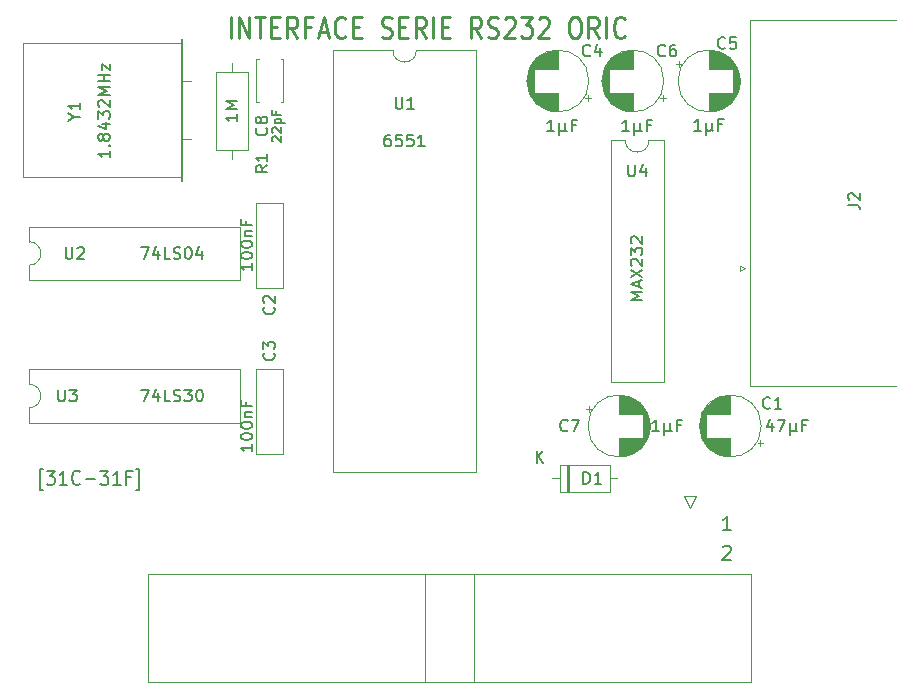
<source format=gbr>
%TF.GenerationSoftware,KiCad,Pcbnew,(5.1.10)-1*%
%TF.CreationDate,2022-01-30T13:23:49+01:00*%
%TF.ProjectId,ACIA,41434941-2e6b-4696-9361-645f70636258,1.0*%
%TF.SameCoordinates,PX6d01460PY60e4b00*%
%TF.FileFunction,Legend,Top*%
%TF.FilePolarity,Positive*%
%FSLAX46Y46*%
G04 Gerber Fmt 4.6, Leading zero omitted, Abs format (unit mm)*
G04 Created by KiCad (PCBNEW (5.1.10)-1) date 2022-01-30 13:23:49*
%MOMM*%
%LPD*%
G01*
G04 APERTURE LIST*
%ADD10C,0.250000*%
%ADD11C,0.150000*%
%ADD12C,0.200000*%
%ADD13C,0.120000*%
G04 APERTURE END LIST*
D10*
X19569642Y46855953D02*
X19569642Y48555953D01*
X20283928Y46855953D02*
X20283928Y48555953D01*
X21141071Y46855953D01*
X21141071Y48555953D01*
X21641071Y48555953D02*
X22498214Y48555953D01*
X22069642Y46855953D02*
X22069642Y48555953D01*
X22998214Y47746429D02*
X23498214Y47746429D01*
X23712500Y46855953D02*
X22998214Y46855953D01*
X22998214Y48555953D01*
X23712500Y48555953D01*
X25212500Y46855953D02*
X24712500Y47665477D01*
X24355357Y46855953D02*
X24355357Y48555953D01*
X24926785Y48555953D01*
X25069642Y48475000D01*
X25141071Y48394048D01*
X25212500Y48232143D01*
X25212500Y47989286D01*
X25141071Y47827381D01*
X25069642Y47746429D01*
X24926785Y47665477D01*
X24355357Y47665477D01*
X26355357Y47746429D02*
X25855357Y47746429D01*
X25855357Y46855953D02*
X25855357Y48555953D01*
X26569642Y48555953D01*
X27069642Y47341667D02*
X27783928Y47341667D01*
X26926785Y46855953D02*
X27426785Y48555953D01*
X27926785Y46855953D01*
X29283928Y47017858D02*
X29212500Y46936905D01*
X28998214Y46855953D01*
X28855357Y46855953D01*
X28641071Y46936905D01*
X28498214Y47098810D01*
X28426785Y47260715D01*
X28355357Y47584524D01*
X28355357Y47827381D01*
X28426785Y48151191D01*
X28498214Y48313096D01*
X28641071Y48475000D01*
X28855357Y48555953D01*
X28998214Y48555953D01*
X29212500Y48475000D01*
X29283928Y48394048D01*
X29926785Y47746429D02*
X30426785Y47746429D01*
X30641071Y46855953D02*
X29926785Y46855953D01*
X29926785Y48555953D01*
X30641071Y48555953D01*
X32355357Y46936905D02*
X32569642Y46855953D01*
X32926785Y46855953D01*
X33069642Y46936905D01*
X33141071Y47017858D01*
X33212500Y47179762D01*
X33212500Y47341667D01*
X33141071Y47503572D01*
X33069642Y47584524D01*
X32926785Y47665477D01*
X32641071Y47746429D01*
X32498214Y47827381D01*
X32426785Y47908334D01*
X32355357Y48070239D01*
X32355357Y48232143D01*
X32426785Y48394048D01*
X32498214Y48475000D01*
X32641071Y48555953D01*
X32998214Y48555953D01*
X33212500Y48475000D01*
X33855357Y47746429D02*
X34355357Y47746429D01*
X34569642Y46855953D02*
X33855357Y46855953D01*
X33855357Y48555953D01*
X34569642Y48555953D01*
X36069642Y46855953D02*
X35569642Y47665477D01*
X35212500Y46855953D02*
X35212500Y48555953D01*
X35783928Y48555953D01*
X35926785Y48475000D01*
X35998214Y48394048D01*
X36069642Y48232143D01*
X36069642Y47989286D01*
X35998214Y47827381D01*
X35926785Y47746429D01*
X35783928Y47665477D01*
X35212500Y47665477D01*
X36712500Y46855953D02*
X36712500Y48555953D01*
X37426785Y47746429D02*
X37926785Y47746429D01*
X38141071Y46855953D02*
X37426785Y46855953D01*
X37426785Y48555953D01*
X38141071Y48555953D01*
X40783928Y46855953D02*
X40283928Y47665477D01*
X39926785Y46855953D02*
X39926785Y48555953D01*
X40498214Y48555953D01*
X40641071Y48475000D01*
X40712500Y48394048D01*
X40783928Y48232143D01*
X40783928Y47989286D01*
X40712500Y47827381D01*
X40641071Y47746429D01*
X40498214Y47665477D01*
X39926785Y47665477D01*
X41355357Y46936905D02*
X41569642Y46855953D01*
X41926785Y46855953D01*
X42069642Y46936905D01*
X42141071Y47017858D01*
X42212500Y47179762D01*
X42212500Y47341667D01*
X42141071Y47503572D01*
X42069642Y47584524D01*
X41926785Y47665477D01*
X41641071Y47746429D01*
X41498214Y47827381D01*
X41426785Y47908334D01*
X41355357Y48070239D01*
X41355357Y48232143D01*
X41426785Y48394048D01*
X41498214Y48475000D01*
X41641071Y48555953D01*
X41998214Y48555953D01*
X42212500Y48475000D01*
X42783928Y48394048D02*
X42855357Y48475000D01*
X42998214Y48555953D01*
X43355357Y48555953D01*
X43498214Y48475000D01*
X43569642Y48394048D01*
X43641071Y48232143D01*
X43641071Y48070239D01*
X43569642Y47827381D01*
X42712500Y46855953D01*
X43641071Y46855953D01*
X44141071Y48555953D02*
X45069642Y48555953D01*
X44569642Y47908334D01*
X44783928Y47908334D01*
X44926785Y47827381D01*
X44998214Y47746429D01*
X45069642Y47584524D01*
X45069642Y47179762D01*
X44998214Y47017858D01*
X44926785Y46936905D01*
X44783928Y46855953D01*
X44355357Y46855953D01*
X44212500Y46936905D01*
X44141071Y47017858D01*
X45641071Y48394048D02*
X45712500Y48475000D01*
X45855357Y48555953D01*
X46212500Y48555953D01*
X46355357Y48475000D01*
X46426785Y48394048D01*
X46498214Y48232143D01*
X46498214Y48070239D01*
X46426785Y47827381D01*
X45569642Y46855953D01*
X46498214Y46855953D01*
X48569642Y48555953D02*
X48855357Y48555953D01*
X48998214Y48475000D01*
X49141071Y48313096D01*
X49212500Y47989286D01*
X49212500Y47422620D01*
X49141071Y47098810D01*
X48998214Y46936905D01*
X48855357Y46855953D01*
X48569642Y46855953D01*
X48426785Y46936905D01*
X48283928Y47098810D01*
X48212500Y47422620D01*
X48212500Y47989286D01*
X48283928Y48313096D01*
X48426785Y48475000D01*
X48569642Y48555953D01*
X50712500Y46855953D02*
X50212500Y47665477D01*
X49855357Y46855953D02*
X49855357Y48555953D01*
X50426785Y48555953D01*
X50569642Y48475000D01*
X50641071Y48394048D01*
X50712500Y48232143D01*
X50712500Y47989286D01*
X50641071Y47827381D01*
X50569642Y47746429D01*
X50426785Y47665477D01*
X49855357Y47665477D01*
X51355357Y46855953D02*
X51355357Y48555953D01*
X52926785Y47017858D02*
X52855357Y46936905D01*
X52641071Y46855953D01*
X52498214Y46855953D01*
X52283928Y46936905D01*
X52141071Y47098810D01*
X52069642Y47260715D01*
X51998214Y47584524D01*
X51998214Y47827381D01*
X52069642Y48151191D01*
X52141071Y48313096D01*
X52283928Y48475000D01*
X52498214Y48555953D01*
X52641071Y48555953D01*
X52855357Y48475000D01*
X52926785Y48394048D01*
D11*
X61252142Y3717858D02*
X61309285Y3775000D01*
X61423571Y3832143D01*
X61709285Y3832143D01*
X61823571Y3775000D01*
X61880714Y3717858D01*
X61937857Y3603572D01*
X61937857Y3489286D01*
X61880714Y3317858D01*
X61195000Y2632143D01*
X61937857Y2632143D01*
X61937857Y5172143D02*
X61252142Y5172143D01*
X61595000Y5172143D02*
X61595000Y6372143D01*
X61480714Y6200715D01*
X61366428Y6086429D01*
X61252142Y6029286D01*
D12*
X3665238Y8582143D02*
X3403333Y8582143D01*
X3403333Y10296429D01*
X3665238Y10296429D01*
X3979523Y10182143D02*
X4660476Y10182143D01*
X4293809Y9725000D01*
X4450952Y9725000D01*
X4555714Y9667858D01*
X4608095Y9610715D01*
X4660476Y9496429D01*
X4660476Y9210715D01*
X4608095Y9096429D01*
X4555714Y9039286D01*
X4450952Y8982143D01*
X4136666Y8982143D01*
X4031904Y9039286D01*
X3979523Y9096429D01*
X5708095Y8982143D02*
X5079523Y8982143D01*
X5393809Y8982143D02*
X5393809Y10182143D01*
X5289047Y10010715D01*
X5184285Y9896429D01*
X5079523Y9839286D01*
X6808095Y9096429D02*
X6755714Y9039286D01*
X6598571Y8982143D01*
X6493809Y8982143D01*
X6336666Y9039286D01*
X6231904Y9153572D01*
X6179523Y9267858D01*
X6127142Y9496429D01*
X6127142Y9667858D01*
X6179523Y9896429D01*
X6231904Y10010715D01*
X6336666Y10125000D01*
X6493809Y10182143D01*
X6598571Y10182143D01*
X6755714Y10125000D01*
X6808095Y10067858D01*
X7279523Y9439286D02*
X8117619Y9439286D01*
X8536666Y10182143D02*
X9217619Y10182143D01*
X8850952Y9725000D01*
X9008095Y9725000D01*
X9112857Y9667858D01*
X9165238Y9610715D01*
X9217619Y9496429D01*
X9217619Y9210715D01*
X9165238Y9096429D01*
X9112857Y9039286D01*
X9008095Y8982143D01*
X8693809Y8982143D01*
X8589047Y9039286D01*
X8536666Y9096429D01*
X10265238Y8982143D02*
X9636666Y8982143D01*
X9950952Y8982143D02*
X9950952Y10182143D01*
X9846190Y10010715D01*
X9741428Y9896429D01*
X9636666Y9839286D01*
X11103333Y9610715D02*
X10736666Y9610715D01*
X10736666Y8982143D02*
X10736666Y10182143D01*
X11260476Y10182143D01*
X11574761Y8582143D02*
X11836666Y8582143D01*
X11836666Y10296429D01*
X11574761Y10296429D01*
D13*
%TO.C,J2*%
X75885000Y17360000D02*
X63545000Y17360000D01*
X63545000Y17360000D02*
X63545000Y48330000D01*
X63545000Y48330000D02*
X75885000Y48330000D01*
X62650662Y27055000D02*
X62650662Y27555000D01*
X62650662Y27555000D02*
X63083675Y27305000D01*
X63083675Y27305000D02*
X62650662Y27055000D01*
%TO.C,R1*%
X19685000Y44680000D02*
X19685000Y43910000D01*
X19685000Y36600000D02*
X19685000Y37370000D01*
X18315000Y43910000D02*
X18315000Y37370000D01*
X21055000Y43910000D02*
X18315000Y43910000D01*
X21055000Y37370000D02*
X21055000Y43910000D01*
X18315000Y37370000D02*
X21055000Y37370000D01*
%TO.C,C7*%
X49880225Y15695000D02*
X49880225Y15195000D01*
X49630225Y15445000D02*
X50130225Y15445000D01*
X55036000Y14254000D02*
X55036000Y13686000D01*
X54996000Y14488000D02*
X54996000Y13452000D01*
X54956000Y14647000D02*
X54956000Y13293000D01*
X54916000Y14775000D02*
X54916000Y13165000D01*
X54876000Y14885000D02*
X54876000Y13055000D01*
X54836000Y14981000D02*
X54836000Y12959000D01*
X54796000Y15068000D02*
X54796000Y12872000D01*
X54756000Y15148000D02*
X54756000Y12792000D01*
X54716000Y15221000D02*
X54716000Y12719000D01*
X54676000Y15289000D02*
X54676000Y12651000D01*
X54636000Y15353000D02*
X54636000Y12587000D01*
X54596000Y15413000D02*
X54596000Y12527000D01*
X54556000Y15470000D02*
X54556000Y12470000D01*
X54516000Y15524000D02*
X54516000Y12416000D01*
X54476000Y15575000D02*
X54476000Y12365000D01*
X54436000Y12930000D02*
X54436000Y12317000D01*
X54436000Y15623000D02*
X54436000Y15010000D01*
X54396000Y12930000D02*
X54396000Y12271000D01*
X54396000Y15669000D02*
X54396000Y15010000D01*
X54356000Y12930000D02*
X54356000Y12227000D01*
X54356000Y15713000D02*
X54356000Y15010000D01*
X54316000Y12930000D02*
X54316000Y12185000D01*
X54316000Y15755000D02*
X54316000Y15010000D01*
X54276000Y12930000D02*
X54276000Y12144000D01*
X54276000Y15796000D02*
X54276000Y15010000D01*
X54236000Y12930000D02*
X54236000Y12106000D01*
X54236000Y15834000D02*
X54236000Y15010000D01*
X54196000Y12930000D02*
X54196000Y12069000D01*
X54196000Y15871000D02*
X54196000Y15010000D01*
X54156000Y12930000D02*
X54156000Y12033000D01*
X54156000Y15907000D02*
X54156000Y15010000D01*
X54116000Y12930000D02*
X54116000Y11999000D01*
X54116000Y15941000D02*
X54116000Y15010000D01*
X54076000Y12930000D02*
X54076000Y11966000D01*
X54076000Y15974000D02*
X54076000Y15010000D01*
X54036000Y12930000D02*
X54036000Y11935000D01*
X54036000Y16005000D02*
X54036000Y15010000D01*
X53996000Y12930000D02*
X53996000Y11905000D01*
X53996000Y16035000D02*
X53996000Y15010000D01*
X53956000Y12930000D02*
X53956000Y11875000D01*
X53956000Y16065000D02*
X53956000Y15010000D01*
X53916000Y12930000D02*
X53916000Y11848000D01*
X53916000Y16092000D02*
X53916000Y15010000D01*
X53876000Y12930000D02*
X53876000Y11821000D01*
X53876000Y16119000D02*
X53876000Y15010000D01*
X53836000Y12930000D02*
X53836000Y11795000D01*
X53836000Y16145000D02*
X53836000Y15010000D01*
X53796000Y12930000D02*
X53796000Y11770000D01*
X53796000Y16170000D02*
X53796000Y15010000D01*
X53756000Y12930000D02*
X53756000Y11746000D01*
X53756000Y16194000D02*
X53756000Y15010000D01*
X53716000Y12930000D02*
X53716000Y11723000D01*
X53716000Y16217000D02*
X53716000Y15010000D01*
X53676000Y12930000D02*
X53676000Y11702000D01*
X53676000Y16238000D02*
X53676000Y15010000D01*
X53636000Y12930000D02*
X53636000Y11680000D01*
X53636000Y16260000D02*
X53636000Y15010000D01*
X53596000Y12930000D02*
X53596000Y11660000D01*
X53596000Y16280000D02*
X53596000Y15010000D01*
X53556000Y12930000D02*
X53556000Y11641000D01*
X53556000Y16299000D02*
X53556000Y15010000D01*
X53516000Y12930000D02*
X53516000Y11622000D01*
X53516000Y16318000D02*
X53516000Y15010000D01*
X53476000Y12930000D02*
X53476000Y11605000D01*
X53476000Y16335000D02*
X53476000Y15010000D01*
X53436000Y12930000D02*
X53436000Y11588000D01*
X53436000Y16352000D02*
X53436000Y15010000D01*
X53396000Y12930000D02*
X53396000Y11572000D01*
X53396000Y16368000D02*
X53396000Y15010000D01*
X53356000Y12930000D02*
X53356000Y11556000D01*
X53356000Y16384000D02*
X53356000Y15010000D01*
X53316000Y12930000D02*
X53316000Y11542000D01*
X53316000Y16398000D02*
X53316000Y15010000D01*
X53276000Y12930000D02*
X53276000Y11528000D01*
X53276000Y16412000D02*
X53276000Y15010000D01*
X53236000Y12930000D02*
X53236000Y11515000D01*
X53236000Y16425000D02*
X53236000Y15010000D01*
X53196000Y12930000D02*
X53196000Y11502000D01*
X53196000Y16438000D02*
X53196000Y15010000D01*
X53156000Y12930000D02*
X53156000Y11490000D01*
X53156000Y16450000D02*
X53156000Y15010000D01*
X53115000Y12930000D02*
X53115000Y11479000D01*
X53115000Y16461000D02*
X53115000Y15010000D01*
X53075000Y12930000D02*
X53075000Y11469000D01*
X53075000Y16471000D02*
X53075000Y15010000D01*
X53035000Y12930000D02*
X53035000Y11459000D01*
X53035000Y16481000D02*
X53035000Y15010000D01*
X52995000Y12930000D02*
X52995000Y11450000D01*
X52995000Y16490000D02*
X52995000Y15010000D01*
X52955000Y12930000D02*
X52955000Y11442000D01*
X52955000Y16498000D02*
X52955000Y15010000D01*
X52915000Y12930000D02*
X52915000Y11434000D01*
X52915000Y16506000D02*
X52915000Y15010000D01*
X52875000Y12930000D02*
X52875000Y11427000D01*
X52875000Y16513000D02*
X52875000Y15010000D01*
X52835000Y12930000D02*
X52835000Y11420000D01*
X52835000Y16520000D02*
X52835000Y15010000D01*
X52795000Y12930000D02*
X52795000Y11414000D01*
X52795000Y16526000D02*
X52795000Y15010000D01*
X52755000Y12930000D02*
X52755000Y11409000D01*
X52755000Y16531000D02*
X52755000Y15010000D01*
X52715000Y12930000D02*
X52715000Y11405000D01*
X52715000Y16535000D02*
X52715000Y15010000D01*
X52675000Y12930000D02*
X52675000Y11401000D01*
X52675000Y16539000D02*
X52675000Y15010000D01*
X52635000Y12930000D02*
X52635000Y11397000D01*
X52635000Y16543000D02*
X52635000Y15010000D01*
X52595000Y12930000D02*
X52595000Y11394000D01*
X52595000Y16546000D02*
X52595000Y15010000D01*
X52555000Y12930000D02*
X52555000Y11392000D01*
X52555000Y16548000D02*
X52555000Y15010000D01*
X52515000Y12930000D02*
X52515000Y11391000D01*
X52515000Y16549000D02*
X52515000Y15010000D01*
X52475000Y16550000D02*
X52475000Y15010000D01*
X52475000Y12930000D02*
X52475000Y11390000D01*
X52435000Y16550000D02*
X52435000Y15010000D01*
X52435000Y12930000D02*
X52435000Y11390000D01*
X55055000Y13970000D02*
G75*
G03*
X55055000Y13970000I-2620000J0D01*
G01*
%TO.C,C6*%
X56164775Y41455000D02*
X56164775Y41955000D01*
X56414775Y41705000D02*
X55914775Y41705000D01*
X51009000Y42896000D02*
X51009000Y43464000D01*
X51049000Y42662000D02*
X51049000Y43698000D01*
X51089000Y42503000D02*
X51089000Y43857000D01*
X51129000Y42375000D02*
X51129000Y43985000D01*
X51169000Y42265000D02*
X51169000Y44095000D01*
X51209000Y42169000D02*
X51209000Y44191000D01*
X51249000Y42082000D02*
X51249000Y44278000D01*
X51289000Y42002000D02*
X51289000Y44358000D01*
X51329000Y41929000D02*
X51329000Y44431000D01*
X51369000Y41861000D02*
X51369000Y44499000D01*
X51409000Y41797000D02*
X51409000Y44563000D01*
X51449000Y41737000D02*
X51449000Y44623000D01*
X51489000Y41680000D02*
X51489000Y44680000D01*
X51529000Y41626000D02*
X51529000Y44734000D01*
X51569000Y41575000D02*
X51569000Y44785000D01*
X51609000Y44220000D02*
X51609000Y44833000D01*
X51609000Y41527000D02*
X51609000Y42140000D01*
X51649000Y44220000D02*
X51649000Y44879000D01*
X51649000Y41481000D02*
X51649000Y42140000D01*
X51689000Y44220000D02*
X51689000Y44923000D01*
X51689000Y41437000D02*
X51689000Y42140000D01*
X51729000Y44220000D02*
X51729000Y44965000D01*
X51729000Y41395000D02*
X51729000Y42140000D01*
X51769000Y44220000D02*
X51769000Y45006000D01*
X51769000Y41354000D02*
X51769000Y42140000D01*
X51809000Y44220000D02*
X51809000Y45044000D01*
X51809000Y41316000D02*
X51809000Y42140000D01*
X51849000Y44220000D02*
X51849000Y45081000D01*
X51849000Y41279000D02*
X51849000Y42140000D01*
X51889000Y44220000D02*
X51889000Y45117000D01*
X51889000Y41243000D02*
X51889000Y42140000D01*
X51929000Y44220000D02*
X51929000Y45151000D01*
X51929000Y41209000D02*
X51929000Y42140000D01*
X51969000Y44220000D02*
X51969000Y45184000D01*
X51969000Y41176000D02*
X51969000Y42140000D01*
X52009000Y44220000D02*
X52009000Y45215000D01*
X52009000Y41145000D02*
X52009000Y42140000D01*
X52049000Y44220000D02*
X52049000Y45245000D01*
X52049000Y41115000D02*
X52049000Y42140000D01*
X52089000Y44220000D02*
X52089000Y45275000D01*
X52089000Y41085000D02*
X52089000Y42140000D01*
X52129000Y44220000D02*
X52129000Y45302000D01*
X52129000Y41058000D02*
X52129000Y42140000D01*
X52169000Y44220000D02*
X52169000Y45329000D01*
X52169000Y41031000D02*
X52169000Y42140000D01*
X52209000Y44220000D02*
X52209000Y45355000D01*
X52209000Y41005000D02*
X52209000Y42140000D01*
X52249000Y44220000D02*
X52249000Y45380000D01*
X52249000Y40980000D02*
X52249000Y42140000D01*
X52289000Y44220000D02*
X52289000Y45404000D01*
X52289000Y40956000D02*
X52289000Y42140000D01*
X52329000Y44220000D02*
X52329000Y45427000D01*
X52329000Y40933000D02*
X52329000Y42140000D01*
X52369000Y44220000D02*
X52369000Y45448000D01*
X52369000Y40912000D02*
X52369000Y42140000D01*
X52409000Y44220000D02*
X52409000Y45470000D01*
X52409000Y40890000D02*
X52409000Y42140000D01*
X52449000Y44220000D02*
X52449000Y45490000D01*
X52449000Y40870000D02*
X52449000Y42140000D01*
X52489000Y44220000D02*
X52489000Y45509000D01*
X52489000Y40851000D02*
X52489000Y42140000D01*
X52529000Y44220000D02*
X52529000Y45528000D01*
X52529000Y40832000D02*
X52529000Y42140000D01*
X52569000Y44220000D02*
X52569000Y45545000D01*
X52569000Y40815000D02*
X52569000Y42140000D01*
X52609000Y44220000D02*
X52609000Y45562000D01*
X52609000Y40798000D02*
X52609000Y42140000D01*
X52649000Y44220000D02*
X52649000Y45578000D01*
X52649000Y40782000D02*
X52649000Y42140000D01*
X52689000Y44220000D02*
X52689000Y45594000D01*
X52689000Y40766000D02*
X52689000Y42140000D01*
X52729000Y44220000D02*
X52729000Y45608000D01*
X52729000Y40752000D02*
X52729000Y42140000D01*
X52769000Y44220000D02*
X52769000Y45622000D01*
X52769000Y40738000D02*
X52769000Y42140000D01*
X52809000Y44220000D02*
X52809000Y45635000D01*
X52809000Y40725000D02*
X52809000Y42140000D01*
X52849000Y44220000D02*
X52849000Y45648000D01*
X52849000Y40712000D02*
X52849000Y42140000D01*
X52889000Y44220000D02*
X52889000Y45660000D01*
X52889000Y40700000D02*
X52889000Y42140000D01*
X52930000Y44220000D02*
X52930000Y45671000D01*
X52930000Y40689000D02*
X52930000Y42140000D01*
X52970000Y44220000D02*
X52970000Y45681000D01*
X52970000Y40679000D02*
X52970000Y42140000D01*
X53010000Y44220000D02*
X53010000Y45691000D01*
X53010000Y40669000D02*
X53010000Y42140000D01*
X53050000Y44220000D02*
X53050000Y45700000D01*
X53050000Y40660000D02*
X53050000Y42140000D01*
X53090000Y44220000D02*
X53090000Y45708000D01*
X53090000Y40652000D02*
X53090000Y42140000D01*
X53130000Y44220000D02*
X53130000Y45716000D01*
X53130000Y40644000D02*
X53130000Y42140000D01*
X53170000Y44220000D02*
X53170000Y45723000D01*
X53170000Y40637000D02*
X53170000Y42140000D01*
X53210000Y44220000D02*
X53210000Y45730000D01*
X53210000Y40630000D02*
X53210000Y42140000D01*
X53250000Y44220000D02*
X53250000Y45736000D01*
X53250000Y40624000D02*
X53250000Y42140000D01*
X53290000Y44220000D02*
X53290000Y45741000D01*
X53290000Y40619000D02*
X53290000Y42140000D01*
X53330000Y44220000D02*
X53330000Y45745000D01*
X53330000Y40615000D02*
X53330000Y42140000D01*
X53370000Y44220000D02*
X53370000Y45749000D01*
X53370000Y40611000D02*
X53370000Y42140000D01*
X53410000Y44220000D02*
X53410000Y45753000D01*
X53410000Y40607000D02*
X53410000Y42140000D01*
X53450000Y44220000D02*
X53450000Y45756000D01*
X53450000Y40604000D02*
X53450000Y42140000D01*
X53490000Y44220000D02*
X53490000Y45758000D01*
X53490000Y40602000D02*
X53490000Y42140000D01*
X53530000Y44220000D02*
X53530000Y45759000D01*
X53530000Y40601000D02*
X53530000Y42140000D01*
X53570000Y40600000D02*
X53570000Y42140000D01*
X53570000Y44220000D02*
X53570000Y45760000D01*
X53610000Y40600000D02*
X53610000Y42140000D01*
X53610000Y44220000D02*
X53610000Y45760000D01*
X56230000Y43180000D02*
G75*
G03*
X56230000Y43180000I-2620000J0D01*
G01*
%TO.C,C5*%
X57500225Y44905000D02*
X57500225Y44405000D01*
X57250225Y44655000D02*
X57750225Y44655000D01*
X62656000Y43464000D02*
X62656000Y42896000D01*
X62616000Y43698000D02*
X62616000Y42662000D01*
X62576000Y43857000D02*
X62576000Y42503000D01*
X62536000Y43985000D02*
X62536000Y42375000D01*
X62496000Y44095000D02*
X62496000Y42265000D01*
X62456000Y44191000D02*
X62456000Y42169000D01*
X62416000Y44278000D02*
X62416000Y42082000D01*
X62376000Y44358000D02*
X62376000Y42002000D01*
X62336000Y44431000D02*
X62336000Y41929000D01*
X62296000Y44499000D02*
X62296000Y41861000D01*
X62256000Y44563000D02*
X62256000Y41797000D01*
X62216000Y44623000D02*
X62216000Y41737000D01*
X62176000Y44680000D02*
X62176000Y41680000D01*
X62136000Y44734000D02*
X62136000Y41626000D01*
X62096000Y44785000D02*
X62096000Y41575000D01*
X62056000Y42140000D02*
X62056000Y41527000D01*
X62056000Y44833000D02*
X62056000Y44220000D01*
X62016000Y42140000D02*
X62016000Y41481000D01*
X62016000Y44879000D02*
X62016000Y44220000D01*
X61976000Y42140000D02*
X61976000Y41437000D01*
X61976000Y44923000D02*
X61976000Y44220000D01*
X61936000Y42140000D02*
X61936000Y41395000D01*
X61936000Y44965000D02*
X61936000Y44220000D01*
X61896000Y42140000D02*
X61896000Y41354000D01*
X61896000Y45006000D02*
X61896000Y44220000D01*
X61856000Y42140000D02*
X61856000Y41316000D01*
X61856000Y45044000D02*
X61856000Y44220000D01*
X61816000Y42140000D02*
X61816000Y41279000D01*
X61816000Y45081000D02*
X61816000Y44220000D01*
X61776000Y42140000D02*
X61776000Y41243000D01*
X61776000Y45117000D02*
X61776000Y44220000D01*
X61736000Y42140000D02*
X61736000Y41209000D01*
X61736000Y45151000D02*
X61736000Y44220000D01*
X61696000Y42140000D02*
X61696000Y41176000D01*
X61696000Y45184000D02*
X61696000Y44220000D01*
X61656000Y42140000D02*
X61656000Y41145000D01*
X61656000Y45215000D02*
X61656000Y44220000D01*
X61616000Y42140000D02*
X61616000Y41115000D01*
X61616000Y45245000D02*
X61616000Y44220000D01*
X61576000Y42140000D02*
X61576000Y41085000D01*
X61576000Y45275000D02*
X61576000Y44220000D01*
X61536000Y42140000D02*
X61536000Y41058000D01*
X61536000Y45302000D02*
X61536000Y44220000D01*
X61496000Y42140000D02*
X61496000Y41031000D01*
X61496000Y45329000D02*
X61496000Y44220000D01*
X61456000Y42140000D02*
X61456000Y41005000D01*
X61456000Y45355000D02*
X61456000Y44220000D01*
X61416000Y42140000D02*
X61416000Y40980000D01*
X61416000Y45380000D02*
X61416000Y44220000D01*
X61376000Y42140000D02*
X61376000Y40956000D01*
X61376000Y45404000D02*
X61376000Y44220000D01*
X61336000Y42140000D02*
X61336000Y40933000D01*
X61336000Y45427000D02*
X61336000Y44220000D01*
X61296000Y42140000D02*
X61296000Y40912000D01*
X61296000Y45448000D02*
X61296000Y44220000D01*
X61256000Y42140000D02*
X61256000Y40890000D01*
X61256000Y45470000D02*
X61256000Y44220000D01*
X61216000Y42140000D02*
X61216000Y40870000D01*
X61216000Y45490000D02*
X61216000Y44220000D01*
X61176000Y42140000D02*
X61176000Y40851000D01*
X61176000Y45509000D02*
X61176000Y44220000D01*
X61136000Y42140000D02*
X61136000Y40832000D01*
X61136000Y45528000D02*
X61136000Y44220000D01*
X61096000Y42140000D02*
X61096000Y40815000D01*
X61096000Y45545000D02*
X61096000Y44220000D01*
X61056000Y42140000D02*
X61056000Y40798000D01*
X61056000Y45562000D02*
X61056000Y44220000D01*
X61016000Y42140000D02*
X61016000Y40782000D01*
X61016000Y45578000D02*
X61016000Y44220000D01*
X60976000Y42140000D02*
X60976000Y40766000D01*
X60976000Y45594000D02*
X60976000Y44220000D01*
X60936000Y42140000D02*
X60936000Y40752000D01*
X60936000Y45608000D02*
X60936000Y44220000D01*
X60896000Y42140000D02*
X60896000Y40738000D01*
X60896000Y45622000D02*
X60896000Y44220000D01*
X60856000Y42140000D02*
X60856000Y40725000D01*
X60856000Y45635000D02*
X60856000Y44220000D01*
X60816000Y42140000D02*
X60816000Y40712000D01*
X60816000Y45648000D02*
X60816000Y44220000D01*
X60776000Y42140000D02*
X60776000Y40700000D01*
X60776000Y45660000D02*
X60776000Y44220000D01*
X60735000Y42140000D02*
X60735000Y40689000D01*
X60735000Y45671000D02*
X60735000Y44220000D01*
X60695000Y42140000D02*
X60695000Y40679000D01*
X60695000Y45681000D02*
X60695000Y44220000D01*
X60655000Y42140000D02*
X60655000Y40669000D01*
X60655000Y45691000D02*
X60655000Y44220000D01*
X60615000Y42140000D02*
X60615000Y40660000D01*
X60615000Y45700000D02*
X60615000Y44220000D01*
X60575000Y42140000D02*
X60575000Y40652000D01*
X60575000Y45708000D02*
X60575000Y44220000D01*
X60535000Y42140000D02*
X60535000Y40644000D01*
X60535000Y45716000D02*
X60535000Y44220000D01*
X60495000Y42140000D02*
X60495000Y40637000D01*
X60495000Y45723000D02*
X60495000Y44220000D01*
X60455000Y42140000D02*
X60455000Y40630000D01*
X60455000Y45730000D02*
X60455000Y44220000D01*
X60415000Y42140000D02*
X60415000Y40624000D01*
X60415000Y45736000D02*
X60415000Y44220000D01*
X60375000Y42140000D02*
X60375000Y40619000D01*
X60375000Y45741000D02*
X60375000Y44220000D01*
X60335000Y42140000D02*
X60335000Y40615000D01*
X60335000Y45745000D02*
X60335000Y44220000D01*
X60295000Y42140000D02*
X60295000Y40611000D01*
X60295000Y45749000D02*
X60295000Y44220000D01*
X60255000Y42140000D02*
X60255000Y40607000D01*
X60255000Y45753000D02*
X60255000Y44220000D01*
X60215000Y42140000D02*
X60215000Y40604000D01*
X60215000Y45756000D02*
X60215000Y44220000D01*
X60175000Y42140000D02*
X60175000Y40602000D01*
X60175000Y45758000D02*
X60175000Y44220000D01*
X60135000Y42140000D02*
X60135000Y40601000D01*
X60135000Y45759000D02*
X60135000Y44220000D01*
X60095000Y45760000D02*
X60095000Y44220000D01*
X60095000Y42140000D02*
X60095000Y40600000D01*
X60055000Y45760000D02*
X60055000Y44220000D01*
X60055000Y42140000D02*
X60055000Y40600000D01*
X62675000Y43180000D02*
G75*
G03*
X62675000Y43180000I-2620000J0D01*
G01*
%TO.C,C4*%
X49814775Y41455000D02*
X49814775Y41955000D01*
X50064775Y41705000D02*
X49564775Y41705000D01*
X44659000Y42896000D02*
X44659000Y43464000D01*
X44699000Y42662000D02*
X44699000Y43698000D01*
X44739000Y42503000D02*
X44739000Y43857000D01*
X44779000Y42375000D02*
X44779000Y43985000D01*
X44819000Y42265000D02*
X44819000Y44095000D01*
X44859000Y42169000D02*
X44859000Y44191000D01*
X44899000Y42082000D02*
X44899000Y44278000D01*
X44939000Y42002000D02*
X44939000Y44358000D01*
X44979000Y41929000D02*
X44979000Y44431000D01*
X45019000Y41861000D02*
X45019000Y44499000D01*
X45059000Y41797000D02*
X45059000Y44563000D01*
X45099000Y41737000D02*
X45099000Y44623000D01*
X45139000Y41680000D02*
X45139000Y44680000D01*
X45179000Y41626000D02*
X45179000Y44734000D01*
X45219000Y41575000D02*
X45219000Y44785000D01*
X45259000Y44220000D02*
X45259000Y44833000D01*
X45259000Y41527000D02*
X45259000Y42140000D01*
X45299000Y44220000D02*
X45299000Y44879000D01*
X45299000Y41481000D02*
X45299000Y42140000D01*
X45339000Y44220000D02*
X45339000Y44923000D01*
X45339000Y41437000D02*
X45339000Y42140000D01*
X45379000Y44220000D02*
X45379000Y44965000D01*
X45379000Y41395000D02*
X45379000Y42140000D01*
X45419000Y44220000D02*
X45419000Y45006000D01*
X45419000Y41354000D02*
X45419000Y42140000D01*
X45459000Y44220000D02*
X45459000Y45044000D01*
X45459000Y41316000D02*
X45459000Y42140000D01*
X45499000Y44220000D02*
X45499000Y45081000D01*
X45499000Y41279000D02*
X45499000Y42140000D01*
X45539000Y44220000D02*
X45539000Y45117000D01*
X45539000Y41243000D02*
X45539000Y42140000D01*
X45579000Y44220000D02*
X45579000Y45151000D01*
X45579000Y41209000D02*
X45579000Y42140000D01*
X45619000Y44220000D02*
X45619000Y45184000D01*
X45619000Y41176000D02*
X45619000Y42140000D01*
X45659000Y44220000D02*
X45659000Y45215000D01*
X45659000Y41145000D02*
X45659000Y42140000D01*
X45699000Y44220000D02*
X45699000Y45245000D01*
X45699000Y41115000D02*
X45699000Y42140000D01*
X45739000Y44220000D02*
X45739000Y45275000D01*
X45739000Y41085000D02*
X45739000Y42140000D01*
X45779000Y44220000D02*
X45779000Y45302000D01*
X45779000Y41058000D02*
X45779000Y42140000D01*
X45819000Y44220000D02*
X45819000Y45329000D01*
X45819000Y41031000D02*
X45819000Y42140000D01*
X45859000Y44220000D02*
X45859000Y45355000D01*
X45859000Y41005000D02*
X45859000Y42140000D01*
X45899000Y44220000D02*
X45899000Y45380000D01*
X45899000Y40980000D02*
X45899000Y42140000D01*
X45939000Y44220000D02*
X45939000Y45404000D01*
X45939000Y40956000D02*
X45939000Y42140000D01*
X45979000Y44220000D02*
X45979000Y45427000D01*
X45979000Y40933000D02*
X45979000Y42140000D01*
X46019000Y44220000D02*
X46019000Y45448000D01*
X46019000Y40912000D02*
X46019000Y42140000D01*
X46059000Y44220000D02*
X46059000Y45470000D01*
X46059000Y40890000D02*
X46059000Y42140000D01*
X46099000Y44220000D02*
X46099000Y45490000D01*
X46099000Y40870000D02*
X46099000Y42140000D01*
X46139000Y44220000D02*
X46139000Y45509000D01*
X46139000Y40851000D02*
X46139000Y42140000D01*
X46179000Y44220000D02*
X46179000Y45528000D01*
X46179000Y40832000D02*
X46179000Y42140000D01*
X46219000Y44220000D02*
X46219000Y45545000D01*
X46219000Y40815000D02*
X46219000Y42140000D01*
X46259000Y44220000D02*
X46259000Y45562000D01*
X46259000Y40798000D02*
X46259000Y42140000D01*
X46299000Y44220000D02*
X46299000Y45578000D01*
X46299000Y40782000D02*
X46299000Y42140000D01*
X46339000Y44220000D02*
X46339000Y45594000D01*
X46339000Y40766000D02*
X46339000Y42140000D01*
X46379000Y44220000D02*
X46379000Y45608000D01*
X46379000Y40752000D02*
X46379000Y42140000D01*
X46419000Y44220000D02*
X46419000Y45622000D01*
X46419000Y40738000D02*
X46419000Y42140000D01*
X46459000Y44220000D02*
X46459000Y45635000D01*
X46459000Y40725000D02*
X46459000Y42140000D01*
X46499000Y44220000D02*
X46499000Y45648000D01*
X46499000Y40712000D02*
X46499000Y42140000D01*
X46539000Y44220000D02*
X46539000Y45660000D01*
X46539000Y40700000D02*
X46539000Y42140000D01*
X46580000Y44220000D02*
X46580000Y45671000D01*
X46580000Y40689000D02*
X46580000Y42140000D01*
X46620000Y44220000D02*
X46620000Y45681000D01*
X46620000Y40679000D02*
X46620000Y42140000D01*
X46660000Y44220000D02*
X46660000Y45691000D01*
X46660000Y40669000D02*
X46660000Y42140000D01*
X46700000Y44220000D02*
X46700000Y45700000D01*
X46700000Y40660000D02*
X46700000Y42140000D01*
X46740000Y44220000D02*
X46740000Y45708000D01*
X46740000Y40652000D02*
X46740000Y42140000D01*
X46780000Y44220000D02*
X46780000Y45716000D01*
X46780000Y40644000D02*
X46780000Y42140000D01*
X46820000Y44220000D02*
X46820000Y45723000D01*
X46820000Y40637000D02*
X46820000Y42140000D01*
X46860000Y44220000D02*
X46860000Y45730000D01*
X46860000Y40630000D02*
X46860000Y42140000D01*
X46900000Y44220000D02*
X46900000Y45736000D01*
X46900000Y40624000D02*
X46900000Y42140000D01*
X46940000Y44220000D02*
X46940000Y45741000D01*
X46940000Y40619000D02*
X46940000Y42140000D01*
X46980000Y44220000D02*
X46980000Y45745000D01*
X46980000Y40615000D02*
X46980000Y42140000D01*
X47020000Y44220000D02*
X47020000Y45749000D01*
X47020000Y40611000D02*
X47020000Y42140000D01*
X47060000Y44220000D02*
X47060000Y45753000D01*
X47060000Y40607000D02*
X47060000Y42140000D01*
X47100000Y44220000D02*
X47100000Y45756000D01*
X47100000Y40604000D02*
X47100000Y42140000D01*
X47140000Y44220000D02*
X47140000Y45758000D01*
X47140000Y40602000D02*
X47140000Y42140000D01*
X47180000Y44220000D02*
X47180000Y45759000D01*
X47180000Y40601000D02*
X47180000Y42140000D01*
X47220000Y40600000D02*
X47220000Y42140000D01*
X47220000Y44220000D02*
X47220000Y45760000D01*
X47260000Y40600000D02*
X47260000Y42140000D01*
X47260000Y44220000D02*
X47260000Y45760000D01*
X49880000Y43180000D02*
G75*
G03*
X49880000Y43180000I-2620000J0D01*
G01*
%TO.C,Y1*%
X15345000Y46380000D02*
X1945000Y46380000D01*
X1945000Y46380000D02*
X1945000Y35080000D01*
X1945000Y35080000D02*
X15345000Y35080000D01*
X15345000Y35080000D02*
X15345000Y46380000D01*
X15345000Y43180000D02*
X16195000Y43180000D01*
X16195000Y43180000D02*
X16195000Y43180000D01*
X15345000Y38280000D02*
X16195000Y38280000D01*
X16195000Y38280000D02*
X16195000Y38280000D01*
X15345000Y46730000D02*
X15465000Y46730000D01*
X15465000Y46730000D02*
X15465000Y34730000D01*
X15465000Y34730000D02*
X15345000Y34730000D01*
X15345000Y34730000D02*
X15345000Y46730000D01*
%TO.C,C8*%
X24030000Y45020000D02*
X24030000Y41380000D01*
X21690000Y45020000D02*
X21690000Y41380000D01*
X24030000Y45020000D02*
X23785000Y45020000D01*
X21935000Y45020000D02*
X21690000Y45020000D01*
X24030000Y41380000D02*
X23785000Y41380000D01*
X21935000Y41380000D02*
X21690000Y41380000D01*
%TO.C,U4*%
X56225000Y38160000D02*
X54975000Y38160000D01*
X56225000Y17720000D02*
X56225000Y38160000D01*
X51725000Y17720000D02*
X56225000Y17720000D01*
X51725000Y38160000D02*
X51725000Y17720000D01*
X52975000Y38160000D02*
X51725000Y38160000D01*
X54975000Y38160000D02*
G75*
G02*
X52975000Y38160000I-1000000J0D01*
G01*
%TO.C,U2*%
X2480000Y30825000D02*
X2480000Y29575000D01*
X20380000Y30825000D02*
X2480000Y30825000D01*
X20380000Y26325000D02*
X20380000Y30825000D01*
X2480000Y26325000D02*
X20380000Y26325000D01*
X2480000Y27575000D02*
X2480000Y26325000D01*
X2480000Y29575000D02*
G75*
G02*
X2480000Y27575000I0J-1000000D01*
G01*
%TO.C,U1*%
X40350000Y45780000D02*
X35290000Y45780000D01*
X40350000Y10100000D02*
X40350000Y45780000D01*
X28230000Y10100000D02*
X40350000Y10100000D01*
X28230000Y45780000D02*
X28230000Y10100000D01*
X33290000Y45780000D02*
X28230000Y45780000D01*
X35290000Y45780000D02*
G75*
G02*
X33290000Y45780000I-1000000J0D01*
G01*
%TO.C,J1*%
X57920000Y8065000D02*
X58420000Y7065000D01*
X58920000Y8065000D02*
X57920000Y8065000D01*
X58420000Y7065000D02*
X58920000Y8065000D01*
X12570000Y1445000D02*
X63630000Y1445000D01*
X12570000Y-7675000D02*
X12570000Y1445000D01*
X63630000Y-7675000D02*
X12570000Y-7675000D01*
X63630000Y1445000D02*
X63630000Y-7675000D01*
X36050000Y1445000D02*
X36050000Y-7675000D01*
X40150000Y1445000D02*
X40150000Y-7675000D01*
%TO.C,D1*%
X48010000Y10645000D02*
X48010000Y8405000D01*
X48250000Y10645000D02*
X48250000Y8405000D01*
X48130000Y10645000D02*
X48130000Y8405000D01*
X52300000Y9525000D02*
X51650000Y9525000D01*
X46760000Y9525000D02*
X47410000Y9525000D01*
X51650000Y10645000D02*
X47410000Y10645000D01*
X51650000Y8405000D02*
X51650000Y10645000D01*
X47410000Y8405000D02*
X51650000Y8405000D01*
X47410000Y10645000D02*
X47410000Y8405000D01*
%TO.C,C3*%
X21740000Y18820000D02*
X23980000Y18820000D01*
X21740000Y11580000D02*
X23980000Y11580000D01*
X23980000Y11580000D02*
X23980000Y18820000D01*
X21740000Y11580000D02*
X21740000Y18820000D01*
%TO.C,C2*%
X21740000Y32870000D02*
X23980000Y32870000D01*
X21740000Y25630000D02*
X23980000Y25630000D01*
X23980000Y25630000D02*
X23980000Y32870000D01*
X21740000Y25630000D02*
X21740000Y32870000D01*
%TO.C,U3*%
X2480000Y18760000D02*
X2480000Y17510000D01*
X20380000Y18760000D02*
X2480000Y18760000D01*
X20380000Y14260000D02*
X20380000Y18760000D01*
X2480000Y14260000D02*
X20380000Y14260000D01*
X2480000Y15510000D02*
X2480000Y14260000D01*
X2480000Y17510000D02*
G75*
G02*
X2480000Y15510000I0J-1000000D01*
G01*
%TO.C,C1*%
X64485000Y13970000D02*
G75*
G03*
X64485000Y13970000I-2620000J0D01*
G01*
X61865000Y15010000D02*
X61865000Y16550000D01*
X61865000Y11390000D02*
X61865000Y12930000D01*
X61825000Y15010000D02*
X61825000Y16550000D01*
X61825000Y11390000D02*
X61825000Y12930000D01*
X61785000Y11391000D02*
X61785000Y12930000D01*
X61785000Y15010000D02*
X61785000Y16549000D01*
X61745000Y11392000D02*
X61745000Y12930000D01*
X61745000Y15010000D02*
X61745000Y16548000D01*
X61705000Y11394000D02*
X61705000Y12930000D01*
X61705000Y15010000D02*
X61705000Y16546000D01*
X61665000Y11397000D02*
X61665000Y12930000D01*
X61665000Y15010000D02*
X61665000Y16543000D01*
X61625000Y11401000D02*
X61625000Y12930000D01*
X61625000Y15010000D02*
X61625000Y16539000D01*
X61585000Y11405000D02*
X61585000Y12930000D01*
X61585000Y15010000D02*
X61585000Y16535000D01*
X61545000Y11409000D02*
X61545000Y12930000D01*
X61545000Y15010000D02*
X61545000Y16531000D01*
X61505000Y11414000D02*
X61505000Y12930000D01*
X61505000Y15010000D02*
X61505000Y16526000D01*
X61465000Y11420000D02*
X61465000Y12930000D01*
X61465000Y15010000D02*
X61465000Y16520000D01*
X61425000Y11427000D02*
X61425000Y12930000D01*
X61425000Y15010000D02*
X61425000Y16513000D01*
X61385000Y11434000D02*
X61385000Y12930000D01*
X61385000Y15010000D02*
X61385000Y16506000D01*
X61345000Y11442000D02*
X61345000Y12930000D01*
X61345000Y15010000D02*
X61345000Y16498000D01*
X61305000Y11450000D02*
X61305000Y12930000D01*
X61305000Y15010000D02*
X61305000Y16490000D01*
X61265000Y11459000D02*
X61265000Y12930000D01*
X61265000Y15010000D02*
X61265000Y16481000D01*
X61225000Y11469000D02*
X61225000Y12930000D01*
X61225000Y15010000D02*
X61225000Y16471000D01*
X61185000Y11479000D02*
X61185000Y12930000D01*
X61185000Y15010000D02*
X61185000Y16461000D01*
X61144000Y11490000D02*
X61144000Y12930000D01*
X61144000Y15010000D02*
X61144000Y16450000D01*
X61104000Y11502000D02*
X61104000Y12930000D01*
X61104000Y15010000D02*
X61104000Y16438000D01*
X61064000Y11515000D02*
X61064000Y12930000D01*
X61064000Y15010000D02*
X61064000Y16425000D01*
X61024000Y11528000D02*
X61024000Y12930000D01*
X61024000Y15010000D02*
X61024000Y16412000D01*
X60984000Y11542000D02*
X60984000Y12930000D01*
X60984000Y15010000D02*
X60984000Y16398000D01*
X60944000Y11556000D02*
X60944000Y12930000D01*
X60944000Y15010000D02*
X60944000Y16384000D01*
X60904000Y11572000D02*
X60904000Y12930000D01*
X60904000Y15010000D02*
X60904000Y16368000D01*
X60864000Y11588000D02*
X60864000Y12930000D01*
X60864000Y15010000D02*
X60864000Y16352000D01*
X60824000Y11605000D02*
X60824000Y12930000D01*
X60824000Y15010000D02*
X60824000Y16335000D01*
X60784000Y11622000D02*
X60784000Y12930000D01*
X60784000Y15010000D02*
X60784000Y16318000D01*
X60744000Y11641000D02*
X60744000Y12930000D01*
X60744000Y15010000D02*
X60744000Y16299000D01*
X60704000Y11660000D02*
X60704000Y12930000D01*
X60704000Y15010000D02*
X60704000Y16280000D01*
X60664000Y11680000D02*
X60664000Y12930000D01*
X60664000Y15010000D02*
X60664000Y16260000D01*
X60624000Y11702000D02*
X60624000Y12930000D01*
X60624000Y15010000D02*
X60624000Y16238000D01*
X60584000Y11723000D02*
X60584000Y12930000D01*
X60584000Y15010000D02*
X60584000Y16217000D01*
X60544000Y11746000D02*
X60544000Y12930000D01*
X60544000Y15010000D02*
X60544000Y16194000D01*
X60504000Y11770000D02*
X60504000Y12930000D01*
X60504000Y15010000D02*
X60504000Y16170000D01*
X60464000Y11795000D02*
X60464000Y12930000D01*
X60464000Y15010000D02*
X60464000Y16145000D01*
X60424000Y11821000D02*
X60424000Y12930000D01*
X60424000Y15010000D02*
X60424000Y16119000D01*
X60384000Y11848000D02*
X60384000Y12930000D01*
X60384000Y15010000D02*
X60384000Y16092000D01*
X60344000Y11875000D02*
X60344000Y12930000D01*
X60344000Y15010000D02*
X60344000Y16065000D01*
X60304000Y11905000D02*
X60304000Y12930000D01*
X60304000Y15010000D02*
X60304000Y16035000D01*
X60264000Y11935000D02*
X60264000Y12930000D01*
X60264000Y15010000D02*
X60264000Y16005000D01*
X60224000Y11966000D02*
X60224000Y12930000D01*
X60224000Y15010000D02*
X60224000Y15974000D01*
X60184000Y11999000D02*
X60184000Y12930000D01*
X60184000Y15010000D02*
X60184000Y15941000D01*
X60144000Y12033000D02*
X60144000Y12930000D01*
X60144000Y15010000D02*
X60144000Y15907000D01*
X60104000Y12069000D02*
X60104000Y12930000D01*
X60104000Y15010000D02*
X60104000Y15871000D01*
X60064000Y12106000D02*
X60064000Y12930000D01*
X60064000Y15010000D02*
X60064000Y15834000D01*
X60024000Y12144000D02*
X60024000Y12930000D01*
X60024000Y15010000D02*
X60024000Y15796000D01*
X59984000Y12185000D02*
X59984000Y12930000D01*
X59984000Y15010000D02*
X59984000Y15755000D01*
X59944000Y12227000D02*
X59944000Y12930000D01*
X59944000Y15010000D02*
X59944000Y15713000D01*
X59904000Y12271000D02*
X59904000Y12930000D01*
X59904000Y15010000D02*
X59904000Y15669000D01*
X59864000Y12317000D02*
X59864000Y12930000D01*
X59864000Y15010000D02*
X59864000Y15623000D01*
X59824000Y12365000D02*
X59824000Y15575000D01*
X59784000Y12416000D02*
X59784000Y15524000D01*
X59744000Y12470000D02*
X59744000Y15470000D01*
X59704000Y12527000D02*
X59704000Y15413000D01*
X59664000Y12587000D02*
X59664000Y15353000D01*
X59624000Y12651000D02*
X59624000Y15289000D01*
X59584000Y12719000D02*
X59584000Y15221000D01*
X59544000Y12792000D02*
X59544000Y15148000D01*
X59504000Y12872000D02*
X59504000Y15068000D01*
X59464000Y12959000D02*
X59464000Y14981000D01*
X59424000Y13055000D02*
X59424000Y14885000D01*
X59384000Y13165000D02*
X59384000Y14775000D01*
X59344000Y13293000D02*
X59344000Y14647000D01*
X59304000Y13452000D02*
X59304000Y14488000D01*
X59264000Y13686000D02*
X59264000Y14254000D01*
X64669775Y12495000D02*
X64169775Y12495000D01*
X64419775Y12245000D02*
X64419775Y12745000D01*
%TO.C,J2*%
D11*
X71842380Y32686667D02*
X72556666Y32686667D01*
X72699523Y32639048D01*
X72794761Y32543810D01*
X72842380Y32400953D01*
X72842380Y32305715D01*
X71937619Y33115239D02*
X71890000Y33162858D01*
X71842380Y33258096D01*
X71842380Y33496191D01*
X71890000Y33591429D01*
X71937619Y33639048D01*
X72032857Y33686667D01*
X72128095Y33686667D01*
X72270952Y33639048D01*
X72842380Y33067620D01*
X72842380Y33686667D01*
%TO.C,R1*%
X22677380Y36028334D02*
X22201190Y35695000D01*
X22677380Y35456905D02*
X21677380Y35456905D01*
X21677380Y35837858D01*
X21725000Y35933096D01*
X21772619Y35980715D01*
X21867857Y36028334D01*
X22010714Y36028334D01*
X22105952Y35980715D01*
X22153571Y35933096D01*
X22201190Y35837858D01*
X22201190Y35456905D01*
X22677380Y36980715D02*
X22677380Y36409286D01*
X22677380Y36695000D02*
X21677380Y36695000D01*
X21820238Y36599762D01*
X21915476Y36504524D01*
X21963095Y36409286D01*
X20137380Y40354286D02*
X20137380Y39782858D01*
X20137380Y40068572D02*
X19137380Y40068572D01*
X19280238Y39973334D01*
X19375476Y39878096D01*
X19423095Y39782858D01*
X20137380Y40782858D02*
X19137380Y40782858D01*
X19851666Y41116191D01*
X19137380Y41449524D01*
X20137380Y41449524D01*
%TO.C,C7*%
X48093333Y13612858D02*
X48045714Y13565239D01*
X47902857Y13517620D01*
X47807619Y13517620D01*
X47664761Y13565239D01*
X47569523Y13660477D01*
X47521904Y13755715D01*
X47474285Y13946191D01*
X47474285Y14089048D01*
X47521904Y14279524D01*
X47569523Y14374762D01*
X47664761Y14470000D01*
X47807619Y14517620D01*
X47902857Y14517620D01*
X48045714Y14470000D01*
X48093333Y14422381D01*
X48426666Y14517620D02*
X49093333Y14517620D01*
X48664761Y13517620D01*
X55848333Y13517620D02*
X55276904Y13517620D01*
X55562619Y13517620D02*
X55562619Y14517620D01*
X55467380Y14374762D01*
X55372142Y14279524D01*
X55276904Y14231905D01*
X56276904Y14184286D02*
X56276904Y13184286D01*
X56753095Y13660477D02*
X56800714Y13565239D01*
X56895952Y13517620D01*
X56276904Y13660477D02*
X56324523Y13565239D01*
X56419761Y13517620D01*
X56610238Y13517620D01*
X56705476Y13565239D01*
X56753095Y13660477D01*
X56753095Y14184286D01*
X57657857Y14041429D02*
X57324523Y14041429D01*
X57324523Y13517620D02*
X57324523Y14517620D01*
X57800714Y14517620D01*
%TO.C,C6*%
X56348333Y45362858D02*
X56300714Y45315239D01*
X56157857Y45267620D01*
X56062619Y45267620D01*
X55919761Y45315239D01*
X55824523Y45410477D01*
X55776904Y45505715D01*
X55729285Y45696191D01*
X55729285Y45839048D01*
X55776904Y46029524D01*
X55824523Y46124762D01*
X55919761Y46220000D01*
X56062619Y46267620D01*
X56157857Y46267620D01*
X56300714Y46220000D01*
X56348333Y46172381D01*
X57205476Y46267620D02*
X57015000Y46267620D01*
X56919761Y46220000D01*
X56872142Y46172381D01*
X56776904Y46029524D01*
X56729285Y45839048D01*
X56729285Y45458096D01*
X56776904Y45362858D01*
X56824523Y45315239D01*
X56919761Y45267620D01*
X57110238Y45267620D01*
X57205476Y45315239D01*
X57253095Y45362858D01*
X57300714Y45458096D01*
X57300714Y45696191D01*
X57253095Y45791429D01*
X57205476Y45839048D01*
X57110238Y45886667D01*
X56919761Y45886667D01*
X56824523Y45839048D01*
X56776904Y45791429D01*
X56729285Y45696191D01*
X53308333Y38917620D02*
X52736904Y38917620D01*
X53022619Y38917620D02*
X53022619Y39917620D01*
X52927380Y39774762D01*
X52832142Y39679524D01*
X52736904Y39631905D01*
X53736904Y39584286D02*
X53736904Y38584286D01*
X54213095Y39060477D02*
X54260714Y38965239D01*
X54355952Y38917620D01*
X53736904Y39060477D02*
X53784523Y38965239D01*
X53879761Y38917620D01*
X54070238Y38917620D01*
X54165476Y38965239D01*
X54213095Y39060477D01*
X54213095Y39584286D01*
X55117857Y39441429D02*
X54784523Y39441429D01*
X54784523Y38917620D02*
X54784523Y39917620D01*
X55260714Y39917620D01*
%TO.C,C5*%
X61428333Y45997858D02*
X61380714Y45950239D01*
X61237857Y45902620D01*
X61142619Y45902620D01*
X60999761Y45950239D01*
X60904523Y46045477D01*
X60856904Y46140715D01*
X60809285Y46331191D01*
X60809285Y46474048D01*
X60856904Y46664524D01*
X60904523Y46759762D01*
X60999761Y46855000D01*
X61142619Y46902620D01*
X61237857Y46902620D01*
X61380714Y46855000D01*
X61428333Y46807381D01*
X62333095Y46902620D02*
X61856904Y46902620D01*
X61809285Y46426429D01*
X61856904Y46474048D01*
X61952142Y46521667D01*
X62190238Y46521667D01*
X62285476Y46474048D01*
X62333095Y46426429D01*
X62380714Y46331191D01*
X62380714Y46093096D01*
X62333095Y45997858D01*
X62285476Y45950239D01*
X62190238Y45902620D01*
X61952142Y45902620D01*
X61856904Y45950239D01*
X61809285Y45997858D01*
X59388333Y38977620D02*
X58816904Y38977620D01*
X59102619Y38977620D02*
X59102619Y39977620D01*
X59007380Y39834762D01*
X58912142Y39739524D01*
X58816904Y39691905D01*
X59816904Y39644286D02*
X59816904Y38644286D01*
X60293095Y39120477D02*
X60340714Y39025239D01*
X60435952Y38977620D01*
X59816904Y39120477D02*
X59864523Y39025239D01*
X59959761Y38977620D01*
X60150238Y38977620D01*
X60245476Y39025239D01*
X60293095Y39120477D01*
X60293095Y39644286D01*
X61197857Y39501429D02*
X60864523Y39501429D01*
X60864523Y38977620D02*
X60864523Y39977620D01*
X61340714Y39977620D01*
%TO.C,C4*%
X49998333Y45362858D02*
X49950714Y45315239D01*
X49807857Y45267620D01*
X49712619Y45267620D01*
X49569761Y45315239D01*
X49474523Y45410477D01*
X49426904Y45505715D01*
X49379285Y45696191D01*
X49379285Y45839048D01*
X49426904Y46029524D01*
X49474523Y46124762D01*
X49569761Y46220000D01*
X49712619Y46267620D01*
X49807857Y46267620D01*
X49950714Y46220000D01*
X49998333Y46172381D01*
X50855476Y45934286D02*
X50855476Y45267620D01*
X50617380Y46315239D02*
X50379285Y45600953D01*
X50998333Y45600953D01*
X46958333Y38917620D02*
X46386904Y38917620D01*
X46672619Y38917620D02*
X46672619Y39917620D01*
X46577380Y39774762D01*
X46482142Y39679524D01*
X46386904Y39631905D01*
X47386904Y39584286D02*
X47386904Y38584286D01*
X47863095Y39060477D02*
X47910714Y38965239D01*
X48005952Y38917620D01*
X47386904Y39060477D02*
X47434523Y38965239D01*
X47529761Y38917620D01*
X47720238Y38917620D01*
X47815476Y38965239D01*
X47863095Y39060477D01*
X47863095Y39584286D01*
X48767857Y39441429D02*
X48434523Y39441429D01*
X48434523Y38917620D02*
X48434523Y39917620D01*
X48910714Y39917620D01*
%TO.C,Y1*%
X6326190Y40163810D02*
X6802380Y40163810D01*
X5802380Y39830477D02*
X6326190Y40163810D01*
X5802380Y40497143D01*
X6802380Y41354286D02*
X6802380Y40782858D01*
X6802380Y41068572D02*
X5802380Y41068572D01*
X5945238Y40973334D01*
X6040476Y40878096D01*
X6088095Y40782858D01*
X9342380Y37282858D02*
X9342380Y36711429D01*
X9342380Y36997143D02*
X8342380Y36997143D01*
X8485238Y36901905D01*
X8580476Y36806667D01*
X8628095Y36711429D01*
X9247142Y37711429D02*
X9294761Y37759048D01*
X9342380Y37711429D01*
X9294761Y37663810D01*
X9247142Y37711429D01*
X9342380Y37711429D01*
X8770952Y38330477D02*
X8723333Y38235239D01*
X8675714Y38187620D01*
X8580476Y38140000D01*
X8532857Y38140000D01*
X8437619Y38187620D01*
X8390000Y38235239D01*
X8342380Y38330477D01*
X8342380Y38520953D01*
X8390000Y38616191D01*
X8437619Y38663810D01*
X8532857Y38711429D01*
X8580476Y38711429D01*
X8675714Y38663810D01*
X8723333Y38616191D01*
X8770952Y38520953D01*
X8770952Y38330477D01*
X8818571Y38235239D01*
X8866190Y38187620D01*
X8961428Y38140000D01*
X9151904Y38140000D01*
X9247142Y38187620D01*
X9294761Y38235239D01*
X9342380Y38330477D01*
X9342380Y38520953D01*
X9294761Y38616191D01*
X9247142Y38663810D01*
X9151904Y38711429D01*
X8961428Y38711429D01*
X8866190Y38663810D01*
X8818571Y38616191D01*
X8770952Y38520953D01*
X8675714Y39568572D02*
X9342380Y39568572D01*
X8294761Y39330477D02*
X9009047Y39092381D01*
X9009047Y39711429D01*
X8342380Y39997143D02*
X8342380Y40616191D01*
X8723333Y40282858D01*
X8723333Y40425715D01*
X8770952Y40520953D01*
X8818571Y40568572D01*
X8913809Y40616191D01*
X9151904Y40616191D01*
X9247142Y40568572D01*
X9294761Y40520953D01*
X9342380Y40425715D01*
X9342380Y40140000D01*
X9294761Y40044762D01*
X9247142Y39997143D01*
X8437619Y40997143D02*
X8390000Y41044762D01*
X8342380Y41140000D01*
X8342380Y41378096D01*
X8390000Y41473334D01*
X8437619Y41520953D01*
X8532857Y41568572D01*
X8628095Y41568572D01*
X8770952Y41520953D01*
X9342380Y40949524D01*
X9342380Y41568572D01*
X9342380Y41997143D02*
X8342380Y41997143D01*
X9056666Y42330477D01*
X8342380Y42663810D01*
X9342380Y42663810D01*
X9342380Y43140000D02*
X8342380Y43140000D01*
X8818571Y43140000D02*
X8818571Y43711429D01*
X9342380Y43711429D02*
X8342380Y43711429D01*
X8675714Y44092381D02*
X8675714Y44616191D01*
X9342380Y44092381D01*
X9342380Y44616191D01*
%TO.C,C8*%
X22582142Y39203334D02*
X22629761Y39155715D01*
X22677380Y39012858D01*
X22677380Y38917620D01*
X22629761Y38774762D01*
X22534523Y38679524D01*
X22439285Y38631905D01*
X22248809Y38584286D01*
X22105952Y38584286D01*
X21915476Y38631905D01*
X21820238Y38679524D01*
X21725000Y38774762D01*
X21677380Y38917620D01*
X21677380Y39012858D01*
X21725000Y39155715D01*
X21772619Y39203334D01*
X22105952Y39774762D02*
X22058333Y39679524D01*
X22010714Y39631905D01*
X21915476Y39584286D01*
X21867857Y39584286D01*
X21772619Y39631905D01*
X21725000Y39679524D01*
X21677380Y39774762D01*
X21677380Y39965239D01*
X21725000Y40060477D01*
X21772619Y40108096D01*
X21867857Y40155715D01*
X21915476Y40155715D01*
X22010714Y40108096D01*
X22058333Y40060477D01*
X22105952Y39965239D01*
X22105952Y39774762D01*
X22153571Y39679524D01*
X22201190Y39631905D01*
X22296428Y39584286D01*
X22486904Y39584286D01*
X22582142Y39631905D01*
X22629761Y39679524D01*
X22677380Y39774762D01*
X22677380Y39965239D01*
X22629761Y40060477D01*
X22582142Y40108096D01*
X22486904Y40155715D01*
X22296428Y40155715D01*
X22201190Y40108096D01*
X22153571Y40060477D01*
X22105952Y39965239D01*
X23133095Y38055715D02*
X23095000Y38093810D01*
X23056904Y38170000D01*
X23056904Y38360477D01*
X23095000Y38436667D01*
X23133095Y38474762D01*
X23209285Y38512858D01*
X23285476Y38512858D01*
X23399761Y38474762D01*
X23856904Y38017620D01*
X23856904Y38512858D01*
X23133095Y38817620D02*
X23095000Y38855715D01*
X23056904Y38931905D01*
X23056904Y39122381D01*
X23095000Y39198572D01*
X23133095Y39236667D01*
X23209285Y39274762D01*
X23285476Y39274762D01*
X23399761Y39236667D01*
X23856904Y38779524D01*
X23856904Y39274762D01*
X23323571Y39617620D02*
X24123571Y39617620D01*
X23361666Y39617620D02*
X23323571Y39693810D01*
X23323571Y39846191D01*
X23361666Y39922381D01*
X23399761Y39960477D01*
X23475952Y39998572D01*
X23704523Y39998572D01*
X23780714Y39960477D01*
X23818809Y39922381D01*
X23856904Y39846191D01*
X23856904Y39693810D01*
X23818809Y39617620D01*
X23437857Y40608096D02*
X23437857Y40341429D01*
X23856904Y40341429D02*
X23056904Y40341429D01*
X23056904Y40722381D01*
%TO.C,U4*%
X53213095Y36107620D02*
X53213095Y35298096D01*
X53260714Y35202858D01*
X53308333Y35155239D01*
X53403571Y35107620D01*
X53594047Y35107620D01*
X53689285Y35155239D01*
X53736904Y35202858D01*
X53784523Y35298096D01*
X53784523Y36107620D01*
X54689285Y35774286D02*
X54689285Y35107620D01*
X54451190Y36155239D02*
X54213095Y35440953D01*
X54832142Y35440953D01*
X54427380Y24638334D02*
X53427380Y24638334D01*
X54141666Y24971667D01*
X53427380Y25305000D01*
X54427380Y25305000D01*
X54141666Y25733572D02*
X54141666Y26209762D01*
X54427380Y25638334D02*
X53427380Y25971667D01*
X54427380Y26305000D01*
X53427380Y26543096D02*
X54427380Y27209762D01*
X53427380Y27209762D02*
X54427380Y26543096D01*
X53522619Y27543096D02*
X53475000Y27590715D01*
X53427380Y27685953D01*
X53427380Y27924048D01*
X53475000Y28019286D01*
X53522619Y28066905D01*
X53617857Y28114524D01*
X53713095Y28114524D01*
X53855952Y28066905D01*
X54427380Y27495477D01*
X54427380Y28114524D01*
X53427380Y28447858D02*
X53427380Y29066905D01*
X53808333Y28733572D01*
X53808333Y28876429D01*
X53855952Y28971667D01*
X53903571Y29019286D01*
X53998809Y29066905D01*
X54236904Y29066905D01*
X54332142Y29019286D01*
X54379761Y28971667D01*
X54427380Y28876429D01*
X54427380Y28590715D01*
X54379761Y28495477D01*
X54332142Y28447858D01*
X53522619Y29447858D02*
X53475000Y29495477D01*
X53427380Y29590715D01*
X53427380Y29828810D01*
X53475000Y29924048D01*
X53522619Y29971667D01*
X53617857Y30019286D01*
X53713095Y30019286D01*
X53855952Y29971667D01*
X54427380Y29400239D01*
X54427380Y30019286D01*
%TO.C,U2*%
X5588095Y29122620D02*
X5588095Y28313096D01*
X5635714Y28217858D01*
X5683333Y28170239D01*
X5778571Y28122620D01*
X5969047Y28122620D01*
X6064285Y28170239D01*
X6111904Y28217858D01*
X6159523Y28313096D01*
X6159523Y29122620D01*
X6588095Y29027381D02*
X6635714Y29075000D01*
X6730952Y29122620D01*
X6969047Y29122620D01*
X7064285Y29075000D01*
X7111904Y29027381D01*
X7159523Y28932143D01*
X7159523Y28836905D01*
X7111904Y28694048D01*
X6540476Y28122620D01*
X7159523Y28122620D01*
X11962142Y29122620D02*
X12628809Y29122620D01*
X12200238Y28122620D01*
X13438333Y28789286D02*
X13438333Y28122620D01*
X13200238Y29170239D02*
X12962142Y28455953D01*
X13581190Y28455953D01*
X14438333Y28122620D02*
X13962142Y28122620D01*
X13962142Y29122620D01*
X14724047Y28170239D02*
X14866904Y28122620D01*
X15105000Y28122620D01*
X15200238Y28170239D01*
X15247857Y28217858D01*
X15295476Y28313096D01*
X15295476Y28408334D01*
X15247857Y28503572D01*
X15200238Y28551191D01*
X15105000Y28598810D01*
X14914523Y28646429D01*
X14819285Y28694048D01*
X14771666Y28741667D01*
X14724047Y28836905D01*
X14724047Y28932143D01*
X14771666Y29027381D01*
X14819285Y29075000D01*
X14914523Y29122620D01*
X15152619Y29122620D01*
X15295476Y29075000D01*
X15914523Y29122620D02*
X16009761Y29122620D01*
X16105000Y29075000D01*
X16152619Y29027381D01*
X16200238Y28932143D01*
X16247857Y28741667D01*
X16247857Y28503572D01*
X16200238Y28313096D01*
X16152619Y28217858D01*
X16105000Y28170239D01*
X16009761Y28122620D01*
X15914523Y28122620D01*
X15819285Y28170239D01*
X15771666Y28217858D01*
X15724047Y28313096D01*
X15676428Y28503572D01*
X15676428Y28741667D01*
X15724047Y28932143D01*
X15771666Y29027381D01*
X15819285Y29075000D01*
X15914523Y29122620D01*
X17105000Y28789286D02*
X17105000Y28122620D01*
X16866904Y29170239D02*
X16628809Y28455953D01*
X17247857Y28455953D01*
%TO.C,U1*%
X33528095Y41822620D02*
X33528095Y41013096D01*
X33575714Y40917858D01*
X33623333Y40870239D01*
X33718571Y40822620D01*
X33909047Y40822620D01*
X34004285Y40870239D01*
X34051904Y40917858D01*
X34099523Y41013096D01*
X34099523Y41822620D01*
X35099523Y40822620D02*
X34528095Y40822620D01*
X34813809Y40822620D02*
X34813809Y41822620D01*
X34718571Y41679762D01*
X34623333Y41584524D01*
X34528095Y41536905D01*
X33051904Y38647620D02*
X32861428Y38647620D01*
X32766190Y38600000D01*
X32718571Y38552381D01*
X32623333Y38409524D01*
X32575714Y38219048D01*
X32575714Y37838096D01*
X32623333Y37742858D01*
X32670952Y37695239D01*
X32766190Y37647620D01*
X32956666Y37647620D01*
X33051904Y37695239D01*
X33099523Y37742858D01*
X33147142Y37838096D01*
X33147142Y38076191D01*
X33099523Y38171429D01*
X33051904Y38219048D01*
X32956666Y38266667D01*
X32766190Y38266667D01*
X32670952Y38219048D01*
X32623333Y38171429D01*
X32575714Y38076191D01*
X34051904Y38647620D02*
X33575714Y38647620D01*
X33528095Y38171429D01*
X33575714Y38219048D01*
X33670952Y38266667D01*
X33909047Y38266667D01*
X34004285Y38219048D01*
X34051904Y38171429D01*
X34099523Y38076191D01*
X34099523Y37838096D01*
X34051904Y37742858D01*
X34004285Y37695239D01*
X33909047Y37647620D01*
X33670952Y37647620D01*
X33575714Y37695239D01*
X33528095Y37742858D01*
X35004285Y38647620D02*
X34528095Y38647620D01*
X34480476Y38171429D01*
X34528095Y38219048D01*
X34623333Y38266667D01*
X34861428Y38266667D01*
X34956666Y38219048D01*
X35004285Y38171429D01*
X35051904Y38076191D01*
X35051904Y37838096D01*
X35004285Y37742858D01*
X34956666Y37695239D01*
X34861428Y37647620D01*
X34623333Y37647620D01*
X34528095Y37695239D01*
X34480476Y37742858D01*
X36004285Y37647620D02*
X35432857Y37647620D01*
X35718571Y37647620D02*
X35718571Y38647620D01*
X35623333Y38504762D01*
X35528095Y38409524D01*
X35432857Y38361905D01*
%TO.C,D1*%
X49426904Y9072620D02*
X49426904Y10072620D01*
X49665000Y10072620D01*
X49807857Y10025000D01*
X49903095Y9929762D01*
X49950714Y9834524D01*
X49998333Y9644048D01*
X49998333Y9501191D01*
X49950714Y9310715D01*
X49903095Y9215477D01*
X49807857Y9120239D01*
X49665000Y9072620D01*
X49426904Y9072620D01*
X50950714Y9072620D02*
X50379285Y9072620D01*
X50665000Y9072620D02*
X50665000Y10072620D01*
X50569761Y9929762D01*
X50474523Y9834524D01*
X50379285Y9786905D01*
X45458095Y10872620D02*
X45458095Y11872620D01*
X46029523Y10872620D02*
X45600952Y11444048D01*
X46029523Y11872620D02*
X45458095Y11301191D01*
%TO.C,C3*%
X23217142Y20153334D02*
X23264761Y20105715D01*
X23312380Y19962858D01*
X23312380Y19867620D01*
X23264761Y19724762D01*
X23169523Y19629524D01*
X23074285Y19581905D01*
X22883809Y19534286D01*
X22740952Y19534286D01*
X22550476Y19581905D01*
X22455238Y19629524D01*
X22360000Y19724762D01*
X22312380Y19867620D01*
X22312380Y19962858D01*
X22360000Y20105715D01*
X22407619Y20153334D01*
X22312380Y20486667D02*
X22312380Y21105715D01*
X22693333Y20772381D01*
X22693333Y20915239D01*
X22740952Y21010477D01*
X22788571Y21058096D01*
X22883809Y21105715D01*
X23121904Y21105715D01*
X23217142Y21058096D01*
X23264761Y21010477D01*
X23312380Y20915239D01*
X23312380Y20629524D01*
X23264761Y20534286D01*
X23217142Y20486667D01*
X21407380Y12422381D02*
X21407380Y11850953D01*
X21407380Y12136667D02*
X20407380Y12136667D01*
X20550238Y12041429D01*
X20645476Y11946191D01*
X20693095Y11850953D01*
X20407380Y13041429D02*
X20407380Y13136667D01*
X20455000Y13231905D01*
X20502619Y13279524D01*
X20597857Y13327143D01*
X20788333Y13374762D01*
X21026428Y13374762D01*
X21216904Y13327143D01*
X21312142Y13279524D01*
X21359761Y13231905D01*
X21407380Y13136667D01*
X21407380Y13041429D01*
X21359761Y12946191D01*
X21312142Y12898572D01*
X21216904Y12850953D01*
X21026428Y12803334D01*
X20788333Y12803334D01*
X20597857Y12850953D01*
X20502619Y12898572D01*
X20455000Y12946191D01*
X20407380Y13041429D01*
X20407380Y13993810D02*
X20407380Y14089048D01*
X20455000Y14184286D01*
X20502619Y14231905D01*
X20597857Y14279524D01*
X20788333Y14327143D01*
X21026428Y14327143D01*
X21216904Y14279524D01*
X21312142Y14231905D01*
X21359761Y14184286D01*
X21407380Y14089048D01*
X21407380Y13993810D01*
X21359761Y13898572D01*
X21312142Y13850953D01*
X21216904Y13803334D01*
X21026428Y13755715D01*
X20788333Y13755715D01*
X20597857Y13803334D01*
X20502619Y13850953D01*
X20455000Y13898572D01*
X20407380Y13993810D01*
X20740714Y14755715D02*
X21407380Y14755715D01*
X20835952Y14755715D02*
X20788333Y14803334D01*
X20740714Y14898572D01*
X20740714Y15041429D01*
X20788333Y15136667D01*
X20883571Y15184286D01*
X21407380Y15184286D01*
X20883571Y15993810D02*
X20883571Y15660477D01*
X21407380Y15660477D02*
X20407380Y15660477D01*
X20407380Y16136667D01*
%TO.C,C2*%
X23217142Y24043334D02*
X23264761Y23995715D01*
X23312380Y23852858D01*
X23312380Y23757620D01*
X23264761Y23614762D01*
X23169523Y23519524D01*
X23074285Y23471905D01*
X22883809Y23424286D01*
X22740952Y23424286D01*
X22550476Y23471905D01*
X22455238Y23519524D01*
X22360000Y23614762D01*
X22312380Y23757620D01*
X22312380Y23852858D01*
X22360000Y23995715D01*
X22407619Y24043334D01*
X22407619Y24424286D02*
X22360000Y24471905D01*
X22312380Y24567143D01*
X22312380Y24805239D01*
X22360000Y24900477D01*
X22407619Y24948096D01*
X22502857Y24995715D01*
X22598095Y24995715D01*
X22740952Y24948096D01*
X23312380Y24376667D01*
X23312380Y24995715D01*
X21407380Y27742381D02*
X21407380Y27170953D01*
X21407380Y27456667D02*
X20407380Y27456667D01*
X20550238Y27361429D01*
X20645476Y27266191D01*
X20693095Y27170953D01*
X20407380Y28361429D02*
X20407380Y28456667D01*
X20455000Y28551905D01*
X20502619Y28599524D01*
X20597857Y28647143D01*
X20788333Y28694762D01*
X21026428Y28694762D01*
X21216904Y28647143D01*
X21312142Y28599524D01*
X21359761Y28551905D01*
X21407380Y28456667D01*
X21407380Y28361429D01*
X21359761Y28266191D01*
X21312142Y28218572D01*
X21216904Y28170953D01*
X21026428Y28123334D01*
X20788333Y28123334D01*
X20597857Y28170953D01*
X20502619Y28218572D01*
X20455000Y28266191D01*
X20407380Y28361429D01*
X20407380Y29313810D02*
X20407380Y29409048D01*
X20455000Y29504286D01*
X20502619Y29551905D01*
X20597857Y29599524D01*
X20788333Y29647143D01*
X21026428Y29647143D01*
X21216904Y29599524D01*
X21312142Y29551905D01*
X21359761Y29504286D01*
X21407380Y29409048D01*
X21407380Y29313810D01*
X21359761Y29218572D01*
X21312142Y29170953D01*
X21216904Y29123334D01*
X21026428Y29075715D01*
X20788333Y29075715D01*
X20597857Y29123334D01*
X20502619Y29170953D01*
X20455000Y29218572D01*
X20407380Y29313810D01*
X20740714Y30075715D02*
X21407380Y30075715D01*
X20835952Y30075715D02*
X20788333Y30123334D01*
X20740714Y30218572D01*
X20740714Y30361429D01*
X20788333Y30456667D01*
X20883571Y30504286D01*
X21407380Y30504286D01*
X20883571Y31313810D02*
X20883571Y30980477D01*
X21407380Y30980477D02*
X20407380Y30980477D01*
X20407380Y31456667D01*
%TO.C,U3*%
X4953095Y17057620D02*
X4953095Y16248096D01*
X5000714Y16152858D01*
X5048333Y16105239D01*
X5143571Y16057620D01*
X5334047Y16057620D01*
X5429285Y16105239D01*
X5476904Y16152858D01*
X5524523Y16248096D01*
X5524523Y17057620D01*
X5905476Y17057620D02*
X6524523Y17057620D01*
X6191190Y16676667D01*
X6334047Y16676667D01*
X6429285Y16629048D01*
X6476904Y16581429D01*
X6524523Y16486191D01*
X6524523Y16248096D01*
X6476904Y16152858D01*
X6429285Y16105239D01*
X6334047Y16057620D01*
X6048333Y16057620D01*
X5953095Y16105239D01*
X5905476Y16152858D01*
X11962142Y17057620D02*
X12628809Y17057620D01*
X12200238Y16057620D01*
X13438333Y16724286D02*
X13438333Y16057620D01*
X13200238Y17105239D02*
X12962142Y16390953D01*
X13581190Y16390953D01*
X14438333Y16057620D02*
X13962142Y16057620D01*
X13962142Y17057620D01*
X14724047Y16105239D02*
X14866904Y16057620D01*
X15105000Y16057620D01*
X15200238Y16105239D01*
X15247857Y16152858D01*
X15295476Y16248096D01*
X15295476Y16343334D01*
X15247857Y16438572D01*
X15200238Y16486191D01*
X15105000Y16533810D01*
X14914523Y16581429D01*
X14819285Y16629048D01*
X14771666Y16676667D01*
X14724047Y16771905D01*
X14724047Y16867143D01*
X14771666Y16962381D01*
X14819285Y17010000D01*
X14914523Y17057620D01*
X15152619Y17057620D01*
X15295476Y17010000D01*
X15628809Y17057620D02*
X16247857Y17057620D01*
X15914523Y16676667D01*
X16057380Y16676667D01*
X16152619Y16629048D01*
X16200238Y16581429D01*
X16247857Y16486191D01*
X16247857Y16248096D01*
X16200238Y16152858D01*
X16152619Y16105239D01*
X16057380Y16057620D01*
X15771666Y16057620D01*
X15676428Y16105239D01*
X15628809Y16152858D01*
X16866904Y17057620D02*
X16962142Y17057620D01*
X17057380Y17010000D01*
X17105000Y16962381D01*
X17152619Y16867143D01*
X17200238Y16676667D01*
X17200238Y16438572D01*
X17152619Y16248096D01*
X17105000Y16152858D01*
X17057380Y16105239D01*
X16962142Y16057620D01*
X16866904Y16057620D01*
X16771666Y16105239D01*
X16724047Y16152858D01*
X16676428Y16248096D01*
X16628809Y16438572D01*
X16628809Y16676667D01*
X16676428Y16867143D01*
X16724047Y16962381D01*
X16771666Y17010000D01*
X16866904Y17057620D01*
%TO.C,C1*%
X65238333Y15517858D02*
X65190714Y15470239D01*
X65047857Y15422620D01*
X64952619Y15422620D01*
X64809761Y15470239D01*
X64714523Y15565477D01*
X64666904Y15660715D01*
X64619285Y15851191D01*
X64619285Y15994048D01*
X64666904Y16184524D01*
X64714523Y16279762D01*
X64809761Y16375000D01*
X64952619Y16422620D01*
X65047857Y16422620D01*
X65190714Y16375000D01*
X65238333Y16327381D01*
X66190714Y15422620D02*
X65619285Y15422620D01*
X65905000Y15422620D02*
X65905000Y16422620D01*
X65809761Y16279762D01*
X65714523Y16184524D01*
X65619285Y16136905D01*
X65436904Y14184286D02*
X65436904Y13517620D01*
X65198809Y14565239D02*
X64960714Y13850953D01*
X65579761Y13850953D01*
X65865476Y14517620D02*
X66532142Y14517620D01*
X66103571Y13517620D01*
X66913095Y14184286D02*
X66913095Y13184286D01*
X67389285Y13660477D02*
X67436904Y13565239D01*
X67532142Y13517620D01*
X66913095Y13660477D02*
X66960714Y13565239D01*
X67055952Y13517620D01*
X67246428Y13517620D01*
X67341666Y13565239D01*
X67389285Y13660477D01*
X67389285Y14184286D01*
X68294047Y14041429D02*
X67960714Y14041429D01*
X67960714Y13517620D02*
X67960714Y14517620D01*
X68436904Y14517620D01*
%TD*%
M02*

</source>
